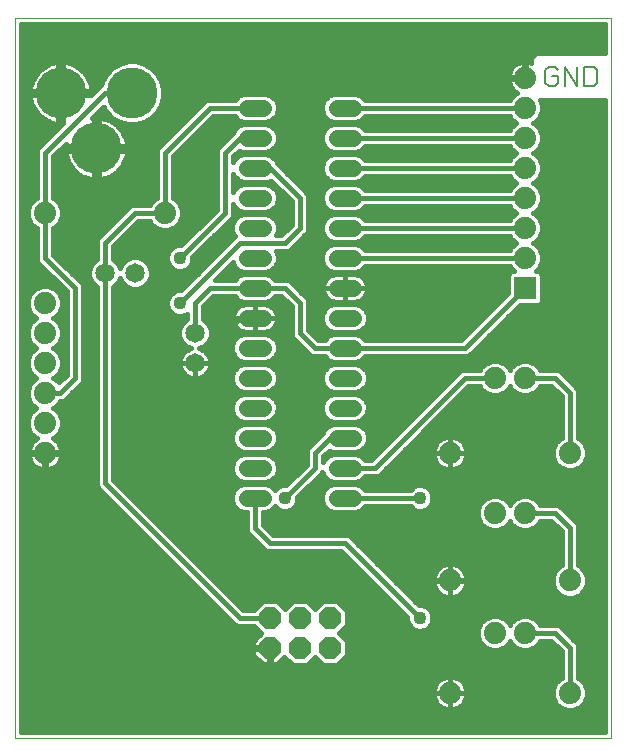
<source format=gtl>
G75*
%MOIN*%
%OFA0B0*%
%FSLAX24Y24*%
%IPPOS*%
%LPD*%
%AMOC8*
5,1,8,0,0,1.08239X$1,22.5*
%
%ADD10C,0.0000*%
%ADD11C,0.0060*%
%ADD12C,0.0650*%
%ADD13C,0.1700*%
%ADD14OC8,0.0740*%
%ADD15R,0.0740X0.0740*%
%ADD16C,0.0740*%
%ADD17C,0.0560*%
%ADD18C,0.0160*%
%ADD19C,0.0436*%
D10*
X002000Y000180D02*
X002000Y024176D01*
X021870Y024176D01*
X021870Y000180D01*
X002000Y000180D01*
D11*
X019787Y021910D02*
X020000Y021910D01*
X020107Y022017D01*
X020107Y022230D01*
X019894Y022230D01*
X020107Y022444D02*
X020000Y022551D01*
X019787Y022551D01*
X019680Y022444D01*
X019680Y022017D01*
X019787Y021910D01*
X020325Y021910D02*
X020325Y022551D01*
X020752Y021910D01*
X020752Y022551D01*
X020969Y022551D02*
X021289Y022551D01*
X021396Y022444D01*
X021396Y022017D01*
X021289Y021910D01*
X020969Y021910D01*
X020969Y022551D01*
D12*
X008000Y013680D03*
X008000Y012680D03*
X006000Y015680D03*
X005000Y015680D03*
D13*
X004713Y019830D03*
X005894Y021680D03*
X003531Y021680D03*
D14*
X010500Y004180D03*
X010500Y003180D03*
X011500Y003180D03*
X011500Y004180D03*
X012500Y004180D03*
X012500Y003180D03*
D15*
X019000Y015180D03*
D16*
X019000Y016180D03*
X019000Y017180D03*
X019000Y018180D03*
X019000Y019180D03*
X019000Y020180D03*
X019000Y021180D03*
X019000Y022180D03*
X019000Y012180D03*
X018000Y012180D03*
X016500Y009680D03*
X018000Y007680D03*
X019000Y007680D03*
X020500Y009680D03*
X020500Y005430D03*
X019000Y003680D03*
X018000Y003680D03*
X016500Y005430D03*
X016500Y001680D03*
X020500Y001680D03*
X007000Y017680D03*
X003000Y017680D03*
X003000Y014680D03*
X003000Y013680D03*
X003000Y012680D03*
X003000Y011680D03*
X003000Y010680D03*
X003000Y009680D03*
D17*
X009720Y009180D02*
X010280Y009180D01*
X010280Y008180D02*
X009720Y008180D01*
X009720Y010180D02*
X010280Y010180D01*
X010280Y011180D02*
X009720Y011180D01*
X009720Y012180D02*
X010280Y012180D01*
X010280Y013180D02*
X009720Y013180D01*
X009720Y014180D02*
X010280Y014180D01*
X010280Y015180D02*
X009720Y015180D01*
X009720Y016180D02*
X010280Y016180D01*
X010280Y017180D02*
X009720Y017180D01*
X009720Y018180D02*
X010280Y018180D01*
X010280Y019180D02*
X009720Y019180D01*
X009720Y020180D02*
X010280Y020180D01*
X010280Y021180D02*
X009720Y021180D01*
X012720Y021180D02*
X013280Y021180D01*
X013280Y020180D02*
X012720Y020180D01*
X012720Y019180D02*
X013280Y019180D01*
X013280Y018180D02*
X012720Y018180D01*
X012720Y017180D02*
X013280Y017180D01*
X013280Y016180D02*
X012720Y016180D01*
X012720Y015180D02*
X013280Y015180D01*
X013280Y014180D02*
X012720Y014180D01*
X012720Y013180D02*
X013280Y013180D01*
X013280Y012180D02*
X012720Y012180D01*
X012720Y011180D02*
X013280Y011180D01*
X013280Y010180D02*
X012720Y010180D01*
X012720Y009180D02*
X013280Y009180D01*
X013280Y008180D02*
X012720Y008180D01*
D18*
X013000Y008180D02*
X015500Y008180D01*
X015193Y007896D02*
X013675Y007896D01*
X013679Y007900D02*
X015189Y007900D01*
X015263Y007826D01*
X015417Y007762D01*
X015583Y007762D01*
X015737Y007826D01*
X015854Y007943D01*
X015918Y008097D01*
X015918Y008263D01*
X015854Y008417D01*
X015737Y008534D01*
X015583Y008598D01*
X015417Y008598D01*
X015263Y008534D01*
X015189Y008460D01*
X013679Y008460D01*
X013552Y008587D01*
X013375Y008660D01*
X012625Y008660D01*
X012448Y008587D01*
X012313Y008452D01*
X012240Y008275D01*
X012240Y008085D01*
X012313Y007908D01*
X012448Y007773D01*
X012625Y007700D01*
X013375Y007700D01*
X013552Y007773D01*
X013679Y007900D01*
X013466Y007738D02*
X017430Y007738D01*
X017430Y007793D02*
X017430Y007567D01*
X017517Y007357D01*
X017677Y007197D01*
X017887Y007110D01*
X018113Y007110D01*
X018323Y007197D01*
X018483Y007357D01*
X018500Y007398D01*
X018517Y007357D01*
X018677Y007197D01*
X018887Y007110D01*
X019113Y007110D01*
X019323Y007197D01*
X019483Y007357D01*
X019501Y007400D01*
X019884Y007400D01*
X020220Y007064D01*
X020220Y005931D01*
X020177Y005913D01*
X020017Y005753D01*
X019930Y005543D01*
X019930Y005317D01*
X020017Y005107D01*
X020177Y004947D01*
X020387Y004860D01*
X020613Y004860D01*
X020823Y004947D01*
X020983Y005107D01*
X021070Y005317D01*
X021070Y005543D01*
X020983Y005753D01*
X020823Y005913D01*
X020780Y005931D01*
X020780Y007236D01*
X020737Y007339D01*
X020659Y007417D01*
X020159Y007917D01*
X020056Y007960D01*
X019501Y007960D01*
X019483Y008003D01*
X019323Y008163D01*
X019113Y008250D01*
X018887Y008250D01*
X018677Y008163D01*
X018517Y008003D01*
X018500Y007962D01*
X018483Y008003D01*
X018323Y008163D01*
X018113Y008250D01*
X017887Y008250D01*
X017677Y008163D01*
X017517Y008003D01*
X017430Y007793D01*
X017473Y007896D02*
X015807Y007896D01*
X015901Y008055D02*
X017568Y008055D01*
X017797Y008213D02*
X015918Y008213D01*
X015873Y008372D02*
X021670Y008372D01*
X021670Y008530D02*
X015741Y008530D01*
X015259Y008530D02*
X013609Y008530D01*
X013552Y008773D02*
X013679Y008900D01*
X014056Y008900D01*
X014159Y008943D01*
X014237Y009021D01*
X017116Y011900D01*
X017499Y011900D01*
X017517Y011857D01*
X017677Y011697D01*
X017887Y011610D01*
X018113Y011610D01*
X018323Y011697D01*
X018483Y011857D01*
X018500Y011898D01*
X018517Y011857D01*
X018677Y011697D01*
X018887Y011610D01*
X019113Y011610D01*
X019323Y011697D01*
X019483Y011857D01*
X019501Y011900D01*
X019884Y011900D01*
X020220Y011564D01*
X020220Y010181D01*
X020177Y010163D01*
X020017Y010003D01*
X019930Y009793D01*
X019930Y009567D01*
X020017Y009357D01*
X020177Y009197D01*
X020387Y009110D01*
X020613Y009110D01*
X020823Y009197D01*
X020983Y009357D01*
X021070Y009567D01*
X021070Y009793D01*
X020983Y010003D01*
X020823Y010163D01*
X020780Y010181D01*
X020780Y011736D01*
X020737Y011839D01*
X020659Y011917D01*
X020159Y012417D01*
X020056Y012460D01*
X019501Y012460D01*
X019483Y012503D01*
X019323Y012663D01*
X019113Y012750D01*
X018887Y012750D01*
X018677Y012663D01*
X018517Y012503D01*
X018500Y012462D01*
X018483Y012503D01*
X018323Y012663D01*
X018113Y012750D01*
X017887Y012750D01*
X017677Y012663D01*
X017517Y012503D01*
X017499Y012460D01*
X016944Y012460D01*
X016841Y012417D01*
X013884Y009460D01*
X013679Y009460D01*
X013552Y009587D01*
X013375Y009660D01*
X012625Y009660D01*
X012448Y009587D01*
X012313Y009452D01*
X012280Y009372D01*
X012280Y009564D01*
X012477Y009761D01*
X012625Y009700D01*
X013375Y009700D01*
X013552Y009773D01*
X013687Y009908D01*
X013760Y010085D01*
X013760Y010275D01*
X013687Y010452D01*
X013552Y010587D01*
X013375Y010660D01*
X012625Y010660D01*
X012448Y010587D01*
X012313Y010452D01*
X012269Y010345D01*
X012263Y010339D01*
X011763Y009839D01*
X011720Y009736D01*
X011720Y009296D01*
X011022Y008598D01*
X010917Y008598D01*
X010763Y008534D01*
X010684Y008455D01*
X010552Y008587D01*
X010375Y008660D01*
X009625Y008660D01*
X009448Y008587D01*
X009313Y008452D01*
X009240Y008275D01*
X009240Y008085D01*
X009313Y007908D01*
X009448Y007773D01*
X009625Y007700D01*
X009720Y007700D01*
X009720Y007124D01*
X009763Y007021D01*
X009841Y006943D01*
X010341Y006443D01*
X010444Y006400D01*
X012884Y006400D01*
X015082Y004202D01*
X015082Y004097D01*
X015146Y003943D01*
X015263Y003826D01*
X015417Y003762D01*
X015583Y003762D01*
X015737Y003826D01*
X015854Y003943D01*
X015918Y004097D01*
X015918Y004263D01*
X015854Y004417D01*
X015737Y004534D01*
X015583Y004598D01*
X015478Y004598D01*
X013237Y006839D01*
X013159Y006917D01*
X013056Y006960D01*
X010616Y006960D01*
X010280Y007296D01*
X010280Y007700D01*
X010375Y007700D01*
X010552Y007773D01*
X010684Y007905D01*
X010763Y007826D01*
X010917Y007762D01*
X011083Y007762D01*
X011237Y007826D01*
X011354Y007943D01*
X011418Y008097D01*
X011418Y008202D01*
X012159Y008943D01*
X012237Y009021D01*
X012252Y009056D01*
X012313Y008908D01*
X012448Y008773D01*
X012625Y008700D01*
X013375Y008700D01*
X013552Y008773D01*
X013626Y008847D02*
X021670Y008847D01*
X021670Y008689D02*
X011905Y008689D01*
X012063Y008847D02*
X012374Y008847D01*
X012273Y009006D02*
X012222Y009006D01*
X012000Y009180D02*
X012000Y009680D01*
X012500Y010180D01*
X013000Y010180D01*
X012625Y010700D02*
X013375Y010700D01*
X013552Y010773D01*
X013687Y010908D01*
X013760Y011085D01*
X013760Y011275D01*
X013687Y011452D01*
X013552Y011587D01*
X013375Y011660D01*
X012625Y011660D01*
X012448Y011587D01*
X012313Y011452D01*
X012240Y011275D01*
X012240Y011085D01*
X012313Y010908D01*
X012448Y010773D01*
X012625Y010700D01*
X012506Y010749D02*
X010494Y010749D01*
X010552Y010773D02*
X010687Y010908D01*
X010760Y011085D01*
X010760Y011275D01*
X010687Y011452D01*
X010552Y011587D01*
X010375Y011660D01*
X009625Y011660D01*
X009448Y011587D01*
X009313Y011452D01*
X009240Y011275D01*
X009240Y011085D01*
X009313Y010908D01*
X009448Y010773D01*
X009625Y010700D01*
X010375Y010700D01*
X010552Y010773D01*
X010543Y010591D02*
X012457Y010591D01*
X012305Y010432D02*
X010695Y010432D01*
X010687Y010452D02*
X010552Y010587D01*
X010375Y010660D01*
X009625Y010660D01*
X009448Y010587D01*
X009313Y010452D01*
X009240Y010275D01*
X009240Y010085D01*
X009313Y009908D01*
X009448Y009773D01*
X009625Y009700D01*
X010375Y009700D01*
X010552Y009773D01*
X010687Y009908D01*
X010760Y010085D01*
X010760Y010275D01*
X010687Y010452D01*
X010760Y010274D02*
X012198Y010274D01*
X012039Y010115D02*
X010760Y010115D01*
X010707Y009957D02*
X011881Y009957D01*
X011746Y009798D02*
X010577Y009798D01*
X010552Y009587D02*
X010375Y009660D01*
X009625Y009660D01*
X009448Y009587D01*
X009313Y009452D01*
X009240Y009275D01*
X009240Y009085D01*
X009313Y008908D01*
X009448Y008773D01*
X009625Y008700D01*
X010375Y008700D01*
X010552Y008773D01*
X010687Y008908D01*
X010760Y009085D01*
X010760Y009275D01*
X010687Y009452D01*
X010552Y009587D01*
X010425Y009640D02*
X011720Y009640D01*
X011720Y009481D02*
X010658Y009481D01*
X010741Y009323D02*
X011720Y009323D01*
X011588Y009164D02*
X010760Y009164D01*
X010727Y009006D02*
X011430Y009006D01*
X011271Y008847D02*
X010626Y008847D01*
X010609Y008530D02*
X010759Y008530D01*
X011113Y008689D02*
X005387Y008689D01*
X005280Y008796D02*
X005280Y015228D01*
X005297Y015235D01*
X005445Y015383D01*
X005500Y015515D01*
X005555Y015383D01*
X005703Y015235D01*
X005896Y015155D01*
X006104Y015155D01*
X006297Y015235D01*
X006445Y015383D01*
X006525Y015576D01*
X006525Y015784D01*
X006445Y015977D01*
X006297Y016125D01*
X006104Y016205D01*
X005896Y016205D01*
X005703Y016125D01*
X005555Y015977D01*
X005500Y015845D01*
X005445Y015977D01*
X005297Y016125D01*
X005280Y016132D01*
X005280Y016564D01*
X006116Y017400D01*
X006499Y017400D01*
X006517Y017357D01*
X006677Y017197D01*
X006887Y017110D01*
X007113Y017110D01*
X007323Y017197D01*
X007483Y017357D01*
X007570Y017567D01*
X007570Y017793D01*
X007483Y018003D01*
X007323Y018163D01*
X007280Y018181D01*
X007280Y019564D01*
X008616Y020900D01*
X009321Y020900D01*
X009448Y020773D01*
X009625Y020700D01*
X010375Y020700D01*
X010552Y020773D01*
X010687Y020908D01*
X010760Y021085D01*
X010760Y021275D01*
X010687Y021452D01*
X010552Y021587D01*
X010375Y021660D01*
X009625Y021660D01*
X009448Y021587D01*
X009321Y021460D01*
X008444Y021460D01*
X008341Y021417D01*
X006841Y019917D01*
X006763Y019839D01*
X006720Y019736D01*
X006720Y018181D01*
X006677Y018163D01*
X006517Y018003D01*
X006499Y017960D01*
X005944Y017960D01*
X005841Y017917D01*
X004841Y016917D01*
X004763Y016839D01*
X004720Y016736D01*
X004720Y016132D01*
X004703Y016125D01*
X004555Y015977D01*
X004475Y015784D01*
X004475Y015576D01*
X004555Y015383D01*
X004703Y015235D01*
X004720Y015228D01*
X004720Y008624D01*
X004763Y008521D01*
X004841Y008443D01*
X009341Y003943D01*
X009444Y003900D01*
X009974Y003900D01*
X010208Y003666D01*
X009950Y003408D01*
X009950Y003200D01*
X010480Y003200D01*
X010480Y003160D01*
X010520Y003160D01*
X010520Y002630D01*
X010728Y002630D01*
X010986Y002888D01*
X011264Y002610D01*
X011736Y002610D01*
X012000Y002874D01*
X012264Y002610D01*
X012736Y002610D01*
X013070Y002944D01*
X013070Y003416D01*
X012806Y003680D01*
X013070Y003944D01*
X013070Y004416D01*
X012736Y004750D01*
X012264Y004750D01*
X012000Y004486D01*
X011736Y004750D01*
X011264Y004750D01*
X011000Y004486D01*
X010736Y004750D01*
X010264Y004750D01*
X009974Y004460D01*
X009616Y004460D01*
X005280Y008796D01*
X005280Y008847D02*
X009374Y008847D01*
X009273Y009006D02*
X005280Y009006D01*
X005280Y009164D02*
X009240Y009164D01*
X009259Y009323D02*
X005280Y009323D01*
X005280Y009481D02*
X009342Y009481D01*
X009575Y009640D02*
X005280Y009640D01*
X005280Y009798D02*
X009423Y009798D01*
X009293Y009957D02*
X005280Y009957D01*
X005280Y010115D02*
X009240Y010115D01*
X009240Y010274D02*
X005280Y010274D01*
X005280Y010432D02*
X009305Y010432D01*
X009457Y010591D02*
X005280Y010591D01*
X005280Y010749D02*
X009506Y010749D01*
X009314Y010908D02*
X005280Y010908D01*
X005280Y011066D02*
X009248Y011066D01*
X009240Y011225D02*
X005280Y011225D01*
X005280Y011383D02*
X009285Y011383D01*
X009403Y011542D02*
X005280Y011542D01*
X005280Y011700D02*
X009624Y011700D01*
X009625Y011700D02*
X010375Y011700D01*
X010552Y011773D01*
X010687Y011908D01*
X010760Y012085D01*
X010760Y012275D01*
X010687Y012452D01*
X010552Y012587D01*
X010375Y012660D01*
X009625Y012660D01*
X009448Y012587D01*
X009313Y012452D01*
X009240Y012275D01*
X009240Y012085D01*
X009313Y011908D01*
X009448Y011773D01*
X009625Y011700D01*
X009363Y011859D02*
X005280Y011859D01*
X005280Y012017D02*
X009268Y012017D01*
X009240Y012176D02*
X008043Y012176D01*
X008040Y012175D02*
X008118Y012187D01*
X008194Y012212D01*
X008265Y012248D01*
X008329Y012295D01*
X008385Y012351D01*
X008432Y012415D01*
X008468Y012486D01*
X008493Y012562D01*
X008505Y012640D01*
X008505Y012680D01*
X008505Y012720D01*
X008493Y012798D01*
X008468Y012874D01*
X008432Y012945D01*
X008385Y013009D01*
X008329Y013065D01*
X008265Y013112D01*
X008194Y013148D01*
X008134Y013167D01*
X008297Y013235D01*
X008445Y013383D01*
X008525Y013576D01*
X008525Y013784D01*
X008445Y013977D01*
X008297Y014125D01*
X008280Y014132D01*
X008280Y014564D01*
X008616Y014900D01*
X009321Y014900D01*
X009448Y014773D01*
X009625Y014700D01*
X010375Y014700D01*
X010552Y014773D01*
X010679Y014900D01*
X010884Y014900D01*
X011220Y014564D01*
X011220Y013624D01*
X011263Y013521D01*
X011763Y013021D01*
X011841Y012943D01*
X011944Y012900D01*
X012321Y012900D01*
X012448Y012773D01*
X012625Y012700D01*
X013375Y012700D01*
X013552Y012773D01*
X013679Y012900D01*
X017056Y012900D01*
X017159Y012943D01*
X018826Y014610D01*
X019453Y014610D01*
X019570Y014727D01*
X019570Y015633D01*
X019453Y015750D01*
X019376Y015750D01*
X019483Y015857D01*
X019570Y016067D01*
X019570Y016293D01*
X019483Y016503D01*
X019323Y016663D01*
X019282Y016680D01*
X019323Y016697D01*
X019483Y016857D01*
X019570Y017067D01*
X019570Y017293D01*
X019483Y017503D01*
X019323Y017663D01*
X019282Y017680D01*
X019323Y017697D01*
X019483Y017857D01*
X019570Y018067D01*
X019570Y018293D01*
X019483Y018503D01*
X019323Y018663D01*
X019282Y018680D01*
X019323Y018697D01*
X019483Y018857D01*
X019570Y019067D01*
X019570Y019293D01*
X019483Y019503D01*
X019323Y019663D01*
X019282Y019680D01*
X019323Y019697D01*
X019483Y019857D01*
X019570Y020067D01*
X019570Y020293D01*
X019483Y020503D01*
X019323Y020663D01*
X019282Y020680D01*
X019323Y020697D01*
X019483Y020857D01*
X019570Y021067D01*
X019570Y021293D01*
X019507Y021447D01*
X021670Y021447D01*
X021670Y000380D01*
X002200Y000380D01*
X002200Y023976D01*
X021670Y023976D01*
X021670Y023013D01*
X019405Y023013D01*
X019383Y023011D01*
X019361Y023006D01*
X019340Y022998D01*
X019320Y022989D01*
X019301Y022977D01*
X019283Y022963D01*
X019267Y022947D01*
X019253Y022929D01*
X019241Y022910D01*
X019232Y022890D01*
X019224Y022869D01*
X019219Y022847D01*
X019217Y022825D01*
X019217Y022687D01*
X019211Y022690D01*
X019129Y022716D01*
X019043Y022730D01*
X019020Y022730D01*
X019020Y022200D01*
X018980Y022200D01*
X018980Y022730D01*
X018957Y022730D01*
X018871Y022716D01*
X018789Y022690D01*
X018712Y022650D01*
X018642Y022600D01*
X018580Y022538D01*
X018530Y022468D01*
X018490Y022391D01*
X018464Y022309D01*
X018450Y022223D01*
X018450Y022200D01*
X018980Y022200D01*
X018980Y022160D01*
X018450Y022160D01*
X018450Y022137D01*
X018464Y022051D01*
X018490Y021969D01*
X018530Y021892D01*
X018580Y021822D01*
X018642Y021760D01*
X018712Y021710D01*
X018746Y021692D01*
X018677Y021663D01*
X018517Y021503D01*
X018499Y021460D01*
X013679Y021460D01*
X013552Y021587D01*
X013375Y021660D01*
X012625Y021660D01*
X012448Y021587D01*
X012313Y021452D01*
X012240Y021275D01*
X012240Y021085D01*
X012313Y020908D01*
X012448Y020773D01*
X012625Y020700D01*
X013375Y020700D01*
X013552Y020773D01*
X013679Y020900D01*
X018499Y020900D01*
X018517Y020857D01*
X018677Y020697D01*
X018718Y020680D01*
X018677Y020663D01*
X018517Y020503D01*
X018499Y020460D01*
X013679Y020460D01*
X013552Y020587D01*
X013375Y020660D01*
X012625Y020660D01*
X012448Y020587D01*
X012313Y020452D01*
X012240Y020275D01*
X012240Y020085D01*
X012313Y019908D01*
X012448Y019773D01*
X012625Y019700D01*
X013375Y019700D01*
X013552Y019773D01*
X013679Y019900D01*
X018499Y019900D01*
X018517Y019857D01*
X018677Y019697D01*
X018718Y019680D01*
X018677Y019663D01*
X018517Y019503D01*
X018499Y019460D01*
X013679Y019460D01*
X013552Y019587D01*
X013375Y019660D01*
X012625Y019660D01*
X012448Y019587D01*
X012313Y019452D01*
X012240Y019275D01*
X012240Y019085D01*
X012313Y018908D01*
X012448Y018773D01*
X012625Y018700D01*
X013375Y018700D01*
X013552Y018773D01*
X013679Y018900D01*
X018499Y018900D01*
X018517Y018857D01*
X018677Y018697D01*
X018718Y018680D01*
X018677Y018663D01*
X018517Y018503D01*
X018499Y018460D01*
X013679Y018460D01*
X013552Y018587D01*
X013375Y018660D01*
X012625Y018660D01*
X012448Y018587D01*
X012313Y018452D01*
X012240Y018275D01*
X012240Y018085D01*
X012313Y017908D01*
X012448Y017773D01*
X012625Y017700D01*
X013375Y017700D01*
X013552Y017773D01*
X013679Y017900D01*
X018499Y017900D01*
X018517Y017857D01*
X018677Y017697D01*
X018718Y017680D01*
X018677Y017663D01*
X018517Y017503D01*
X018499Y017460D01*
X013679Y017460D01*
X013552Y017587D01*
X013375Y017660D01*
X012625Y017660D01*
X012448Y017587D01*
X012313Y017452D01*
X012240Y017275D01*
X012240Y017085D01*
X012313Y016908D01*
X012448Y016773D01*
X012625Y016700D01*
X013375Y016700D01*
X013552Y016773D01*
X013679Y016900D01*
X018499Y016900D01*
X018517Y016857D01*
X018677Y016697D01*
X018718Y016680D01*
X018677Y016663D01*
X018517Y016503D01*
X018499Y016460D01*
X013679Y016460D01*
X013552Y016587D01*
X013375Y016660D01*
X012625Y016660D01*
X012448Y016587D01*
X012313Y016452D01*
X012240Y016275D01*
X012240Y016085D01*
X012313Y015908D01*
X012448Y015773D01*
X012625Y015700D01*
X013375Y015700D01*
X013552Y015773D01*
X013679Y015900D01*
X018499Y015900D01*
X018517Y015857D01*
X018624Y015750D01*
X018547Y015750D01*
X018430Y015633D01*
X018430Y015006D01*
X016884Y013460D01*
X013679Y013460D01*
X013552Y013587D01*
X013375Y013660D01*
X012625Y013660D01*
X012448Y013587D01*
X012321Y013460D01*
X012116Y013460D01*
X011780Y013796D01*
X011780Y014736D01*
X011737Y014839D01*
X011659Y014917D01*
X011159Y015417D01*
X011056Y015460D01*
X010679Y015460D01*
X010552Y015587D01*
X010375Y015660D01*
X009625Y015660D01*
X009448Y015587D01*
X009321Y015460D01*
X008676Y015460D01*
X009258Y016042D01*
X009313Y015908D01*
X009448Y015773D01*
X009625Y015700D01*
X010375Y015700D01*
X010552Y015773D01*
X010687Y015908D01*
X010760Y016085D01*
X010760Y016275D01*
X010708Y016400D01*
X011056Y016400D01*
X011159Y016443D01*
X011659Y016943D01*
X011737Y017021D01*
X011780Y017124D01*
X011780Y018236D01*
X011737Y018339D01*
X010737Y019339D01*
X010731Y019345D01*
X010687Y019452D01*
X010552Y019587D01*
X010375Y019660D01*
X009625Y019660D01*
X009448Y019587D01*
X009313Y019452D01*
X009280Y019372D01*
X009280Y019564D01*
X009477Y019761D01*
X009625Y019700D01*
X010375Y019700D01*
X010552Y019773D01*
X010687Y019908D01*
X010760Y020085D01*
X010760Y020275D01*
X010687Y020452D01*
X010552Y020587D01*
X010375Y020660D01*
X009625Y020660D01*
X009448Y020587D01*
X009313Y020452D01*
X009269Y020345D01*
X009263Y020339D01*
X008763Y019839D01*
X008720Y019736D01*
X008720Y017796D01*
X007522Y016598D01*
X007417Y016598D01*
X007263Y016534D01*
X007146Y016417D01*
X007082Y016263D01*
X007082Y016097D01*
X007146Y015943D01*
X007263Y015826D01*
X007417Y015762D01*
X007583Y015762D01*
X007737Y015826D01*
X007854Y015943D01*
X007918Y016097D01*
X007918Y016202D01*
X009159Y017443D01*
X009237Y017521D01*
X009280Y017624D01*
X009280Y017988D01*
X009313Y017908D01*
X009448Y017773D01*
X009625Y017700D01*
X010375Y017700D01*
X010552Y017773D01*
X010687Y017908D01*
X010760Y018085D01*
X010760Y018275D01*
X010687Y018452D01*
X010552Y018587D01*
X010375Y018660D01*
X009625Y018660D01*
X009448Y018587D01*
X009313Y018452D01*
X009280Y018372D01*
X009280Y018988D01*
X009313Y018908D01*
X009448Y018773D01*
X009625Y018700D01*
X010375Y018700D01*
X010523Y018761D01*
X011220Y018064D01*
X011220Y017296D01*
X010884Y016960D01*
X010708Y016960D01*
X010760Y017085D01*
X010760Y017275D01*
X010687Y017452D01*
X010552Y017587D01*
X010375Y017660D01*
X009625Y017660D01*
X009448Y017587D01*
X009313Y017452D01*
X009240Y017275D01*
X009240Y017085D01*
X009313Y016908D01*
X009323Y016899D01*
X009263Y016839D01*
X007522Y015098D01*
X007417Y015098D01*
X007263Y015034D01*
X007146Y014917D01*
X007082Y014763D01*
X007082Y014597D01*
X007146Y014443D01*
X007263Y014326D01*
X007417Y014262D01*
X007583Y014262D01*
X007720Y014319D01*
X007720Y014132D01*
X007703Y014125D01*
X007555Y013977D01*
X007475Y013784D01*
X007475Y013576D01*
X007555Y013383D01*
X007703Y013235D01*
X007866Y013167D01*
X007806Y013148D01*
X007735Y013112D01*
X007671Y013065D01*
X007615Y013009D01*
X007568Y012945D01*
X007532Y012874D01*
X007507Y012798D01*
X007495Y012720D01*
X007495Y012680D01*
X008000Y012680D01*
X008500Y012680D01*
X009000Y013180D01*
X009000Y013680D01*
X009500Y014180D01*
X010000Y014180D01*
X010000Y014180D01*
X010000Y014640D01*
X010316Y014640D01*
X010388Y014629D01*
X010457Y014606D01*
X010521Y014573D01*
X010580Y014531D01*
X010631Y014480D01*
X010673Y014421D01*
X010706Y014357D01*
X010729Y014288D01*
X010740Y014216D01*
X010740Y014180D01*
X010000Y014180D01*
X010000Y014180D01*
X010000Y013720D01*
X010316Y013720D01*
X010388Y013731D01*
X010457Y013754D01*
X010521Y013787D01*
X010580Y013829D01*
X010631Y013880D01*
X010673Y013939D01*
X010706Y014003D01*
X010729Y014072D01*
X010740Y014144D01*
X010740Y014180D01*
X010000Y014180D01*
X010000Y014180D01*
X010000Y014180D01*
X009260Y014180D01*
X009260Y014216D01*
X009271Y014288D01*
X009294Y014357D01*
X009327Y014421D01*
X009369Y014480D01*
X009420Y014531D01*
X009479Y014573D01*
X009543Y014606D01*
X009612Y014629D01*
X009684Y014640D01*
X010000Y014640D01*
X010000Y014180D01*
X010000Y013720D01*
X009684Y013720D01*
X009612Y013731D01*
X009543Y013754D01*
X009479Y013787D01*
X009420Y013829D01*
X009369Y013880D01*
X009327Y013939D01*
X009294Y014003D01*
X009271Y014072D01*
X009260Y014144D01*
X009260Y014180D01*
X010000Y014180D01*
X010000Y014236D02*
X010000Y014236D01*
X010000Y014078D02*
X010000Y014078D01*
X010000Y013919D02*
X010000Y013919D01*
X010000Y013761D02*
X010000Y013761D01*
X010375Y013660D02*
X010552Y013587D01*
X010687Y013452D01*
X010760Y013275D01*
X010760Y013085D01*
X010687Y012908D01*
X010552Y012773D01*
X010375Y012700D01*
X009625Y012700D01*
X009448Y012773D01*
X009313Y012908D01*
X009240Y013085D01*
X009240Y013275D01*
X009313Y013452D01*
X009448Y013587D01*
X009625Y013660D01*
X010375Y013660D01*
X010470Y013761D02*
X011220Y013761D01*
X011220Y013919D02*
X010659Y013919D01*
X010730Y014078D02*
X011220Y014078D01*
X011220Y014236D02*
X010737Y014236D01*
X010687Y014395D02*
X011220Y014395D01*
X011220Y014553D02*
X010549Y014553D01*
X010403Y014712D02*
X011072Y014712D01*
X010914Y014870D02*
X010649Y014870D01*
X011000Y015180D02*
X010000Y015180D01*
X008500Y015180D01*
X008000Y014680D01*
X008000Y013680D01*
X008345Y014078D02*
X009270Y014078D01*
X009263Y014236D02*
X008280Y014236D01*
X008280Y014395D02*
X009313Y014395D01*
X009451Y014553D02*
X008280Y014553D01*
X008428Y014712D02*
X009597Y014712D01*
X009351Y014870D02*
X008586Y014870D01*
X008720Y015504D02*
X009365Y015504D01*
X009400Y015821D02*
X009037Y015821D01*
X008879Y015663D02*
X018460Y015663D01*
X018430Y015504D02*
X013607Y015504D01*
X013631Y015480D02*
X013580Y015531D01*
X013521Y015573D01*
X013457Y015606D01*
X013388Y015629D01*
X013316Y015640D01*
X013000Y015640D01*
X013000Y015180D01*
X013000Y015180D01*
X013740Y015180D01*
X013740Y015216D01*
X013729Y015288D01*
X013706Y015357D01*
X013673Y015421D01*
X013631Y015480D01*
X013710Y015346D02*
X018430Y015346D01*
X018430Y015187D02*
X013740Y015187D01*
X013740Y015180D02*
X013000Y015180D01*
X013000Y015180D01*
X013000Y014720D01*
X013316Y014720D01*
X013388Y014731D01*
X013457Y014754D01*
X013521Y014787D01*
X013580Y014829D01*
X013631Y014880D01*
X013673Y014939D01*
X013706Y015003D01*
X013729Y015072D01*
X013740Y015144D01*
X013740Y015180D01*
X013714Y015029D02*
X018430Y015029D01*
X018294Y014870D02*
X013621Y014870D01*
X013552Y014587D02*
X013375Y014660D01*
X012625Y014660D01*
X012448Y014587D01*
X012313Y014452D01*
X012240Y014275D01*
X012240Y014085D01*
X012313Y013908D01*
X012448Y013773D01*
X012625Y013700D01*
X013375Y013700D01*
X013552Y013773D01*
X013687Y013908D01*
X013760Y014085D01*
X013760Y014275D01*
X013687Y014452D01*
X013552Y014587D01*
X013586Y014553D02*
X017977Y014553D01*
X017819Y014395D02*
X013711Y014395D01*
X013760Y014236D02*
X017660Y014236D01*
X017502Y014078D02*
X013757Y014078D01*
X013691Y013919D02*
X017343Y013919D01*
X017185Y013761D02*
X013522Y013761D01*
X013515Y013602D02*
X017026Y013602D01*
X017000Y013180D02*
X019000Y015180D01*
X019540Y015663D02*
X021670Y015663D01*
X021670Y015821D02*
X019447Y015821D01*
X019534Y015980D02*
X021670Y015980D01*
X021670Y016138D02*
X019570Y016138D01*
X019569Y016297D02*
X021670Y016297D01*
X021670Y016455D02*
X019503Y016455D01*
X019373Y016614D02*
X021670Y016614D01*
X021670Y016772D02*
X019398Y016772D01*
X019514Y016931D02*
X021670Y016931D01*
X021670Y017089D02*
X019570Y017089D01*
X019570Y017248D02*
X021670Y017248D01*
X021670Y017406D02*
X019523Y017406D01*
X019422Y017565D02*
X021670Y017565D01*
X021670Y017723D02*
X019349Y017723D01*
X019493Y017882D02*
X021670Y017882D01*
X021670Y018040D02*
X019559Y018040D01*
X019570Y018199D02*
X021670Y018199D01*
X021670Y018357D02*
X019544Y018357D01*
X019471Y018516D02*
X021670Y018516D01*
X021670Y018674D02*
X019297Y018674D01*
X019459Y018833D02*
X021670Y018833D01*
X021670Y018991D02*
X019539Y018991D01*
X019570Y019150D02*
X021670Y019150D01*
X021670Y019308D02*
X019564Y019308D01*
X019498Y019467D02*
X021670Y019467D01*
X021670Y019625D02*
X019361Y019625D01*
X019410Y019784D02*
X021670Y019784D01*
X021670Y019942D02*
X019518Y019942D01*
X019570Y020101D02*
X021670Y020101D01*
X021670Y020259D02*
X019570Y020259D01*
X019519Y020418D02*
X021670Y020418D01*
X021670Y020576D02*
X019410Y020576D01*
X019361Y020735D02*
X021670Y020735D01*
X021670Y020893D02*
X019498Y020893D01*
X019564Y021052D02*
X021670Y021052D01*
X021670Y021210D02*
X019570Y021210D01*
X019539Y021369D02*
X021670Y021369D01*
X021670Y023112D02*
X002200Y023112D01*
X002200Y022954D02*
X019274Y022954D01*
X019217Y022795D02*
X002200Y022795D01*
X002200Y022637D02*
X003147Y022637D01*
X003137Y022633D02*
X003032Y022583D01*
X002935Y022521D01*
X002844Y022449D01*
X002762Y022367D01*
X002690Y022277D01*
X002629Y022179D01*
X002578Y022075D01*
X002540Y021966D01*
X002514Y021853D01*
X002504Y021760D01*
X003451Y021760D01*
X003451Y021600D01*
X002504Y021600D01*
X002514Y021507D01*
X002540Y021394D01*
X002578Y021285D01*
X002629Y021181D01*
X002690Y021083D01*
X002762Y020993D01*
X002844Y020911D01*
X002935Y020839D01*
X003032Y020777D01*
X003137Y020727D01*
X003246Y020689D01*
X003359Y020663D01*
X003451Y020652D01*
X003451Y021600D01*
X003611Y021600D01*
X003611Y020687D01*
X002841Y019917D01*
X002763Y019839D01*
X002720Y019736D01*
X002720Y018181D01*
X002677Y018163D01*
X002517Y018003D01*
X002430Y017793D01*
X002430Y017567D01*
X002517Y017357D01*
X002677Y017197D01*
X002720Y017179D01*
X002720Y016124D01*
X002763Y016021D01*
X003720Y015064D01*
X003720Y012296D01*
X003455Y012031D01*
X003323Y012163D01*
X003282Y012180D01*
X003323Y012197D01*
X003483Y012357D01*
X003570Y012567D01*
X003570Y012793D01*
X003483Y013003D01*
X003323Y013163D01*
X003282Y013180D01*
X003323Y013197D01*
X003483Y013357D01*
X003570Y013567D01*
X003570Y013793D01*
X003483Y014003D01*
X003323Y014163D01*
X003282Y014180D01*
X003323Y014197D01*
X003483Y014357D01*
X003570Y014567D01*
X003570Y014793D01*
X003483Y015003D01*
X003323Y015163D01*
X003113Y015250D01*
X002887Y015250D01*
X002677Y015163D01*
X002517Y015003D01*
X002430Y014793D01*
X002430Y014567D01*
X002517Y014357D01*
X002677Y014197D01*
X002718Y014180D01*
X002677Y014163D01*
X002517Y014003D01*
X002430Y013793D01*
X002430Y013567D01*
X002517Y013357D01*
X002677Y013197D01*
X002718Y013180D01*
X002677Y013163D01*
X002517Y013003D01*
X002430Y012793D01*
X002430Y012567D01*
X002517Y012357D01*
X002677Y012197D01*
X002718Y012180D01*
X002677Y012163D01*
X002517Y012003D01*
X002430Y011793D01*
X002430Y011567D01*
X002517Y011357D01*
X002677Y011197D01*
X002718Y011180D01*
X002677Y011163D01*
X002517Y011003D01*
X002430Y010793D01*
X002430Y010567D01*
X002517Y010357D01*
X002677Y010197D01*
X002746Y010168D01*
X002712Y010150D01*
X002642Y010100D01*
X002580Y010038D01*
X002530Y009968D01*
X002490Y009891D01*
X002464Y009809D01*
X002450Y009723D01*
X002450Y009700D01*
X002980Y009700D01*
X002980Y009660D01*
X003020Y009660D01*
X003020Y009700D01*
X003550Y009700D01*
X003550Y009723D01*
X003536Y009809D01*
X003510Y009891D01*
X003470Y009968D01*
X003420Y010038D01*
X003358Y010100D01*
X003288Y010150D01*
X003254Y010168D01*
X003323Y010197D01*
X003483Y010357D01*
X003570Y010567D01*
X003570Y010793D01*
X003483Y011003D01*
X003323Y011163D01*
X003282Y011180D01*
X003323Y011197D01*
X003483Y011357D01*
X003501Y011400D01*
X003556Y011400D01*
X003659Y011443D01*
X003737Y011521D01*
X004237Y012021D01*
X004280Y012124D01*
X004280Y015236D01*
X004237Y015339D01*
X004159Y015417D01*
X003280Y016296D01*
X003280Y017179D01*
X003323Y017197D01*
X003483Y017357D01*
X003570Y017567D01*
X003570Y017793D01*
X003483Y018003D01*
X003323Y018163D01*
X003280Y018181D01*
X003280Y019564D01*
X003693Y019977D01*
X003685Y019910D01*
X004633Y019910D01*
X004633Y020857D01*
X004566Y020850D01*
X004943Y021227D01*
X005053Y021035D01*
X005249Y020840D01*
X005488Y020702D01*
X005755Y020630D01*
X006032Y020630D01*
X006299Y020702D01*
X006538Y020840D01*
X006734Y021035D01*
X006872Y021275D01*
X006944Y021542D01*
X006944Y021818D01*
X006872Y022085D01*
X006734Y022325D01*
X006538Y022520D01*
X006299Y022658D01*
X006032Y022730D01*
X005755Y022730D01*
X005488Y022658D01*
X005249Y022520D01*
X005053Y022325D01*
X004915Y022085D01*
X004874Y021931D01*
X004841Y021917D01*
X004524Y021600D01*
X003612Y021600D01*
X003612Y021760D01*
X004559Y021760D01*
X004549Y021853D01*
X004523Y021966D01*
X004485Y022075D01*
X004434Y022179D01*
X004373Y022277D01*
X004301Y022367D01*
X004219Y022449D01*
X004128Y022521D01*
X004031Y022583D01*
X003926Y022633D01*
X003817Y022671D01*
X003704Y022697D01*
X003611Y022708D01*
X003611Y021760D01*
X003451Y021760D01*
X003451Y022708D01*
X003359Y022697D01*
X003246Y022671D01*
X003137Y022633D01*
X003451Y022637D02*
X003611Y022637D01*
X003611Y022478D02*
X003451Y022478D01*
X003451Y022320D02*
X003611Y022320D01*
X003611Y022161D02*
X003451Y022161D01*
X003451Y022003D02*
X003611Y022003D01*
X003611Y021844D02*
X003451Y021844D01*
X003451Y021686D02*
X002200Y021686D01*
X002200Y021844D02*
X002513Y021844D01*
X002553Y022003D02*
X002200Y022003D01*
X002200Y022161D02*
X002620Y022161D01*
X002724Y022320D02*
X002200Y022320D01*
X002200Y022478D02*
X002880Y022478D01*
X002200Y023271D02*
X021670Y023271D01*
X021670Y023429D02*
X002200Y023429D01*
X002200Y023588D02*
X021670Y023588D01*
X021670Y023746D02*
X002200Y023746D01*
X002200Y023905D02*
X021670Y023905D01*
X019020Y022637D02*
X018980Y022637D01*
X018980Y022478D02*
X019020Y022478D01*
X019020Y022320D02*
X018980Y022320D01*
X018980Y022161D02*
X006828Y022161D01*
X006894Y022003D02*
X018479Y022003D01*
X018564Y021844D02*
X006937Y021844D01*
X006944Y021686D02*
X018731Y021686D01*
X018541Y021527D02*
X013612Y021527D01*
X013672Y020893D02*
X018502Y020893D01*
X018639Y020735D02*
X013459Y020735D01*
X013563Y020576D02*
X018590Y020576D01*
X019000Y020180D02*
X013000Y020180D01*
X012438Y019784D02*
X010562Y019784D01*
X010460Y019625D02*
X012540Y019625D01*
X012328Y019467D02*
X010672Y019467D01*
X010768Y019308D02*
X012253Y019308D01*
X012240Y019150D02*
X010926Y019150D01*
X011085Y018991D02*
X012279Y018991D01*
X012389Y018833D02*
X011243Y018833D01*
X011402Y018674D02*
X018703Y018674D01*
X018541Y018833D02*
X013611Y018833D01*
X013623Y018516D02*
X018529Y018516D01*
X019000Y018180D02*
X013000Y018180D01*
X013431Y017723D02*
X018651Y017723D01*
X018578Y017565D02*
X013574Y017565D01*
X013660Y017882D02*
X018507Y017882D01*
X019000Y017180D02*
X013000Y017180D01*
X012451Y016772D02*
X011488Y016772D01*
X011330Y016614D02*
X012512Y016614D01*
X012316Y016455D02*
X011171Y016455D01*
X011000Y016680D02*
X011500Y017180D01*
X011500Y018180D01*
X010500Y019180D01*
X010000Y019180D01*
X010610Y018674D02*
X009280Y018674D01*
X009280Y018516D02*
X009377Y018516D01*
X009389Y018833D02*
X009280Y018833D01*
X008720Y018833D02*
X007280Y018833D01*
X007280Y018991D02*
X008720Y018991D01*
X008720Y019150D02*
X007280Y019150D01*
X007280Y019308D02*
X008720Y019308D01*
X008720Y019467D02*
X007280Y019467D01*
X007341Y019625D02*
X008720Y019625D01*
X008740Y019784D02*
X007500Y019784D01*
X007658Y019942D02*
X008866Y019942D01*
X009025Y020101D02*
X007817Y020101D01*
X007975Y020259D02*
X009183Y020259D01*
X009299Y020418D02*
X008134Y020418D01*
X008292Y020576D02*
X009437Y020576D01*
X009541Y020735D02*
X008451Y020735D01*
X008609Y020893D02*
X009328Y020893D01*
X009388Y021527D02*
X006940Y021527D01*
X006897Y021369D02*
X008293Y021369D01*
X008134Y021210D02*
X006835Y021210D01*
X006743Y021052D02*
X007976Y021052D01*
X007817Y020893D02*
X006592Y020893D01*
X006356Y020735D02*
X007659Y020735D01*
X007500Y020576D02*
X005423Y020576D01*
X005400Y020599D02*
X005310Y020671D01*
X005212Y020733D01*
X005107Y020783D01*
X004998Y020821D01*
X004885Y020847D01*
X004793Y020857D01*
X004793Y019910D01*
X004633Y019910D01*
X004633Y019750D01*
X004793Y019750D01*
X004793Y019910D01*
X005740Y019910D01*
X005730Y020002D01*
X005704Y020115D01*
X005666Y020224D01*
X005615Y020329D01*
X005554Y020427D01*
X005482Y020517D01*
X005400Y020599D01*
X005431Y020735D02*
X005207Y020735D01*
X005196Y020893D02*
X004609Y020893D01*
X004633Y020735D02*
X004793Y020735D01*
X004793Y020576D02*
X004633Y020576D01*
X004633Y020418D02*
X004793Y020418D01*
X004793Y020259D02*
X004633Y020259D01*
X004633Y020101D02*
X004793Y020101D01*
X004793Y019942D02*
X004633Y019942D01*
X004633Y019784D02*
X003500Y019784D01*
X003685Y019750D02*
X003696Y019657D01*
X003721Y019544D01*
X003760Y019435D01*
X003810Y019331D01*
X003871Y019233D01*
X003943Y019142D01*
X004025Y019060D01*
X004116Y018988D01*
X004214Y018927D01*
X004318Y018877D01*
X004427Y018838D01*
X004540Y018813D01*
X004633Y018802D01*
X004633Y019750D01*
X003685Y019750D01*
X003703Y019625D02*
X003341Y019625D01*
X003280Y019467D02*
X003748Y019467D01*
X003824Y019308D02*
X003280Y019308D01*
X003280Y019150D02*
X003938Y019150D01*
X004112Y018991D02*
X003280Y018991D01*
X003280Y018833D02*
X004452Y018833D01*
X004633Y018833D02*
X004793Y018833D01*
X004793Y018802D02*
X004885Y018813D01*
X004998Y018838D01*
X005107Y018877D01*
X005212Y018927D01*
X005310Y018988D01*
X005400Y019060D01*
X005482Y019142D01*
X005554Y019233D01*
X005615Y019331D01*
X005666Y019435D01*
X005704Y019544D01*
X005730Y019657D01*
X005740Y019750D01*
X004793Y019750D01*
X004793Y018802D01*
X004973Y018833D02*
X006720Y018833D01*
X006720Y018991D02*
X005313Y018991D01*
X005488Y019150D02*
X006720Y019150D01*
X006720Y019308D02*
X005601Y019308D01*
X005677Y019467D02*
X006720Y019467D01*
X006720Y019625D02*
X005722Y019625D01*
X005736Y019942D02*
X006866Y019942D01*
X006841Y019917D02*
X006841Y019917D01*
X006740Y019784D02*
X004793Y019784D01*
X004793Y019625D02*
X004633Y019625D01*
X004633Y019467D02*
X004793Y019467D01*
X004793Y019308D02*
X004633Y019308D01*
X004633Y019150D02*
X004793Y019150D01*
X004793Y018991D02*
X004633Y018991D01*
X003689Y019942D02*
X003658Y019942D01*
X003183Y020259D02*
X002200Y020259D01*
X002200Y020101D02*
X003025Y020101D01*
X002866Y019942D02*
X002200Y019942D01*
X002200Y019784D02*
X002740Y019784D01*
X002720Y019625D02*
X002200Y019625D01*
X002200Y019467D02*
X002720Y019467D01*
X002720Y019308D02*
X002200Y019308D01*
X002200Y019150D02*
X002720Y019150D01*
X002720Y018991D02*
X002200Y018991D01*
X002200Y018833D02*
X002720Y018833D01*
X002720Y018674D02*
X002200Y018674D01*
X002200Y018516D02*
X002720Y018516D01*
X002720Y018357D02*
X002200Y018357D01*
X002200Y018199D02*
X002720Y018199D01*
X002554Y018040D02*
X002200Y018040D01*
X002200Y017882D02*
X002467Y017882D01*
X002430Y017723D02*
X002200Y017723D01*
X002200Y017565D02*
X002431Y017565D01*
X002497Y017406D02*
X002200Y017406D01*
X002200Y017248D02*
X002626Y017248D01*
X002720Y017089D02*
X002200Y017089D01*
X002200Y016931D02*
X002720Y016931D01*
X002720Y016772D02*
X002200Y016772D01*
X002200Y016614D02*
X002720Y016614D01*
X002720Y016455D02*
X002200Y016455D01*
X002200Y016297D02*
X002720Y016297D01*
X002720Y016138D02*
X002200Y016138D01*
X002200Y015980D02*
X002804Y015980D01*
X002963Y015821D02*
X002200Y015821D01*
X002200Y015663D02*
X003121Y015663D01*
X003280Y015504D02*
X002200Y015504D01*
X002200Y015346D02*
X003438Y015346D01*
X003597Y015187D02*
X003265Y015187D01*
X003458Y015029D02*
X003720Y015029D01*
X003720Y014870D02*
X003538Y014870D01*
X003570Y014712D02*
X003720Y014712D01*
X003720Y014553D02*
X003564Y014553D01*
X003499Y014395D02*
X003720Y014395D01*
X003720Y014236D02*
X003362Y014236D01*
X003409Y014078D02*
X003720Y014078D01*
X003720Y013919D02*
X003518Y013919D01*
X003570Y013761D02*
X003720Y013761D01*
X003720Y013602D02*
X003570Y013602D01*
X003519Y013444D02*
X003720Y013444D01*
X003720Y013285D02*
X003411Y013285D01*
X003360Y013127D02*
X003720Y013127D01*
X003720Y012968D02*
X003498Y012968D01*
X003563Y012810D02*
X003720Y012810D01*
X003720Y012651D02*
X003570Y012651D01*
X003539Y012493D02*
X003720Y012493D01*
X003720Y012334D02*
X003460Y012334D01*
X003600Y012176D02*
X003293Y012176D01*
X003500Y011680D02*
X003000Y011680D01*
X003500Y011680D02*
X004000Y012180D01*
X004000Y015180D01*
X003000Y016180D01*
X003000Y017680D01*
X003000Y019680D01*
X005000Y021680D01*
X005894Y021680D01*
X004959Y022161D02*
X004443Y022161D01*
X004510Y022003D02*
X004893Y022003D01*
X004768Y021844D02*
X004550Y021844D01*
X004610Y021686D02*
X003612Y021686D01*
X003611Y021527D02*
X003451Y021527D01*
X003451Y021369D02*
X003611Y021369D01*
X003611Y021210D02*
X003451Y021210D01*
X003451Y021052D02*
X003611Y021052D01*
X003611Y020893D02*
X003451Y020893D01*
X003451Y020735D02*
X003611Y020735D01*
X003500Y020576D02*
X002200Y020576D01*
X002200Y020418D02*
X003342Y020418D01*
X003121Y020735D02*
X002200Y020735D01*
X002200Y020893D02*
X002866Y020893D01*
X002715Y021052D02*
X002200Y021052D01*
X002200Y021210D02*
X002615Y021210D01*
X002549Y021369D02*
X002200Y021369D01*
X002200Y021527D02*
X002512Y021527D01*
X003916Y022637D02*
X005450Y022637D01*
X005207Y022478D02*
X004183Y022478D01*
X004339Y022320D02*
X005051Y022320D01*
X004953Y021210D02*
X004926Y021210D01*
X005044Y021052D02*
X004768Y021052D01*
X005560Y020418D02*
X007342Y020418D01*
X007183Y020259D02*
X005649Y020259D01*
X005707Y020101D02*
X007025Y020101D01*
X007000Y019680D02*
X007000Y017680D01*
X006000Y017680D01*
X005000Y016680D01*
X005000Y015680D01*
X005000Y008680D01*
X009500Y004180D01*
X010500Y004180D01*
X010099Y003775D02*
X002200Y003775D01*
X002200Y003617D02*
X010159Y003617D01*
X010000Y003458D02*
X002200Y003458D01*
X002200Y003300D02*
X009950Y003300D01*
X009950Y003160D02*
X009950Y002952D01*
X010272Y002630D01*
X010480Y002630D01*
X010480Y003160D01*
X009950Y003160D01*
X009950Y003141D02*
X002200Y003141D01*
X002200Y002983D02*
X009950Y002983D01*
X010078Y002824D02*
X002200Y002824D01*
X002200Y002666D02*
X010237Y002666D01*
X010480Y002666D02*
X010520Y002666D01*
X010520Y002824D02*
X010480Y002824D01*
X010480Y002983D02*
X010520Y002983D01*
X010520Y003141D02*
X010480Y003141D01*
X010500Y003180D02*
X010500Y002180D01*
X011000Y001680D01*
X016500Y001680D01*
X016500Y009680D01*
X016509Y009689D02*
X017050Y009689D01*
X017050Y009723D01*
X017036Y009809D01*
X017010Y009891D01*
X016970Y009968D01*
X016920Y010038D01*
X016858Y010100D01*
X016788Y010150D01*
X016711Y010190D01*
X016629Y010216D01*
X016543Y010230D01*
X016509Y010230D01*
X016509Y009689D01*
X016509Y009671D01*
X017050Y009671D01*
X017050Y009637D01*
X017036Y009551D01*
X017010Y009469D01*
X016970Y009392D01*
X016920Y009322D01*
X016920Y009323D02*
X020051Y009323D01*
X019965Y009481D02*
X017014Y009481D01*
X017050Y009640D02*
X019930Y009640D01*
X019932Y009798D02*
X017038Y009798D01*
X016976Y009957D02*
X019998Y009957D01*
X020129Y010115D02*
X016837Y010115D01*
X016509Y010115D02*
X016491Y010115D01*
X016491Y010230D02*
X016457Y010230D01*
X016371Y010216D01*
X016289Y010190D01*
X016212Y010150D01*
X016142Y010100D01*
X016080Y010038D01*
X016030Y009968D01*
X015990Y009891D01*
X015964Y009809D01*
X015950Y009723D01*
X015950Y009689D01*
X016491Y009689D01*
X016491Y010230D01*
X016491Y009957D02*
X016509Y009957D01*
X016509Y009798D02*
X016491Y009798D01*
X016491Y009689D02*
X016509Y009689D01*
X016509Y009671D02*
X016509Y009130D01*
X016543Y009130D01*
X016629Y009144D01*
X016711Y009170D01*
X016788Y009210D01*
X016858Y009260D01*
X016920Y009322D01*
X016692Y009164D02*
X020256Y009164D01*
X020744Y009164D02*
X021670Y009164D01*
X021670Y009006D02*
X014222Y009006D01*
X014380Y009164D02*
X016308Y009164D01*
X016289Y009170D02*
X016371Y009144D01*
X016457Y009130D01*
X016491Y009130D01*
X016491Y009671D01*
X016509Y009671D01*
X016491Y009671D02*
X015950Y009671D01*
X015950Y009637D01*
X015964Y009551D01*
X015990Y009469D01*
X016030Y009392D01*
X016080Y009322D01*
X016080Y009323D02*
X014539Y009323D01*
X014697Y009481D02*
X015986Y009481D01*
X015950Y009640D02*
X014856Y009640D01*
X015014Y009798D02*
X015962Y009798D01*
X016024Y009957D02*
X015173Y009957D01*
X015331Y010115D02*
X016163Y010115D01*
X016491Y009689D02*
X016491Y009671D01*
X016491Y009640D02*
X016509Y009640D01*
X016509Y009481D02*
X016491Y009481D01*
X016491Y009323D02*
X016509Y009323D01*
X016509Y009164D02*
X016491Y009164D01*
X016289Y009170D02*
X016212Y009210D01*
X016142Y009260D01*
X016080Y009322D01*
X015490Y010274D02*
X020220Y010274D01*
X020220Y010432D02*
X015648Y010432D01*
X015807Y010591D02*
X020220Y010591D01*
X020220Y010749D02*
X015965Y010749D01*
X016124Y010908D02*
X020220Y010908D01*
X020220Y011066D02*
X016282Y011066D01*
X016441Y011225D02*
X020220Y011225D01*
X020220Y011383D02*
X016599Y011383D01*
X016758Y011542D02*
X020220Y011542D01*
X020084Y011700D02*
X019326Y011700D01*
X019484Y011859D02*
X019925Y011859D01*
X020000Y012180D02*
X020500Y011680D01*
X020500Y009680D01*
X021035Y009481D02*
X021670Y009481D01*
X021670Y009323D02*
X020949Y009323D01*
X021070Y009640D02*
X021670Y009640D01*
X021670Y009798D02*
X021068Y009798D01*
X021002Y009957D02*
X021670Y009957D01*
X021670Y010115D02*
X020871Y010115D01*
X020780Y010274D02*
X021670Y010274D01*
X021670Y010432D02*
X020780Y010432D01*
X020780Y010591D02*
X021670Y010591D01*
X021670Y010749D02*
X020780Y010749D01*
X020780Y010908D02*
X021670Y010908D01*
X021670Y011066D02*
X020780Y011066D01*
X020780Y011225D02*
X021670Y011225D01*
X021670Y011383D02*
X020780Y011383D01*
X020780Y011542D02*
X021670Y011542D01*
X021670Y011700D02*
X020780Y011700D01*
X020717Y011859D02*
X021670Y011859D01*
X021670Y012017D02*
X020559Y012017D01*
X020400Y012176D02*
X021670Y012176D01*
X021670Y012334D02*
X020242Y012334D01*
X020000Y012180D02*
X019000Y012180D01*
X018665Y012651D02*
X018335Y012651D01*
X018488Y012493D02*
X018512Y012493D01*
X018000Y012180D02*
X017000Y012180D01*
X014000Y009180D01*
X013000Y009180D01*
X012575Y009640D02*
X012356Y009640D01*
X012342Y009481D02*
X012280Y009481D01*
X012000Y009180D02*
X011000Y008180D01*
X011307Y007896D02*
X012325Y007896D01*
X012252Y008055D02*
X011401Y008055D01*
X011429Y008213D02*
X012240Y008213D01*
X012280Y008372D02*
X011588Y008372D01*
X011746Y008530D02*
X012391Y008530D01*
X012534Y007738D02*
X010466Y007738D01*
X010280Y007579D02*
X017430Y007579D01*
X017491Y007421D02*
X010280Y007421D01*
X010314Y007262D02*
X017612Y007262D01*
X018388Y007262D02*
X018612Y007262D01*
X019000Y007680D02*
X020000Y007680D01*
X020500Y007180D01*
X020500Y005430D01*
X020901Y005836D02*
X021670Y005836D01*
X021670Y005994D02*
X020780Y005994D01*
X020780Y006153D02*
X021670Y006153D01*
X021670Y006311D02*
X020780Y006311D01*
X020780Y006470D02*
X021670Y006470D01*
X021670Y006628D02*
X020780Y006628D01*
X020780Y006787D02*
X021670Y006787D01*
X021670Y006945D02*
X020780Y006945D01*
X020780Y007104D02*
X021670Y007104D01*
X021670Y007262D02*
X020769Y007262D01*
X020655Y007421D02*
X021670Y007421D01*
X021670Y007579D02*
X020497Y007579D01*
X020338Y007738D02*
X021670Y007738D01*
X021670Y007896D02*
X020180Y007896D01*
X020022Y007262D02*
X019388Y007262D01*
X020180Y007104D02*
X010472Y007104D01*
X010500Y006680D02*
X010000Y007180D01*
X010000Y008180D01*
X009720Y007579D02*
X006497Y007579D01*
X006655Y007421D02*
X009720Y007421D01*
X009720Y007262D02*
X006814Y007262D01*
X006972Y007104D02*
X009729Y007104D01*
X009839Y006945D02*
X007131Y006945D01*
X007289Y006787D02*
X009997Y006787D01*
X010156Y006628D02*
X007448Y006628D01*
X007606Y006470D02*
X010314Y006470D01*
X010500Y006680D02*
X013000Y006680D01*
X015500Y004180D01*
X015657Y004568D02*
X021670Y004568D01*
X021670Y004726D02*
X015350Y004726D01*
X015191Y004885D02*
X016428Y004885D01*
X016457Y004880D02*
X016371Y004894D01*
X016289Y004920D01*
X016212Y004960D01*
X016142Y005010D01*
X016080Y005072D01*
X016030Y005142D01*
X015990Y005219D01*
X015964Y005301D01*
X015950Y005387D01*
X015950Y005421D01*
X016491Y005421D01*
X016509Y005421D01*
X016509Y005439D01*
X017050Y005439D01*
X017050Y005473D01*
X017036Y005559D01*
X017010Y005641D01*
X016970Y005718D01*
X016920Y005788D01*
X016858Y005850D01*
X016788Y005900D01*
X016711Y005940D01*
X016629Y005966D01*
X016543Y005980D01*
X016509Y005980D01*
X016509Y005439D01*
X016491Y005439D01*
X016491Y005980D01*
X016457Y005980D01*
X016371Y005966D01*
X016289Y005940D01*
X016212Y005900D01*
X016142Y005850D01*
X016080Y005788D01*
X016030Y005718D01*
X015990Y005641D01*
X015964Y005559D01*
X015950Y005473D01*
X015950Y005439D01*
X016491Y005439D01*
X016491Y005421D01*
X016491Y004880D01*
X016457Y004880D01*
X016491Y004885D02*
X016509Y004885D01*
X016509Y004880D02*
X016543Y004880D01*
X016629Y004894D01*
X016711Y004920D01*
X016788Y004960D01*
X016858Y005010D01*
X016920Y005072D01*
X016970Y005142D01*
X017010Y005219D01*
X017036Y005301D01*
X017050Y005387D01*
X017050Y005421D01*
X016509Y005421D01*
X016509Y004880D01*
X016572Y004885D02*
X020327Y004885D01*
X020081Y005043D02*
X016891Y005043D01*
X017001Y005202D02*
X019978Y005202D01*
X019930Y005360D02*
X017046Y005360D01*
X017043Y005519D02*
X019930Y005519D01*
X019985Y005677D02*
X016991Y005677D01*
X016872Y005836D02*
X020099Y005836D01*
X020220Y005994D02*
X014082Y005994D01*
X014240Y005836D02*
X016128Y005836D01*
X016009Y005677D02*
X014399Y005677D01*
X014557Y005519D02*
X015957Y005519D01*
X015954Y005360D02*
X014716Y005360D01*
X014874Y005202D02*
X015999Y005202D01*
X016109Y005043D02*
X015033Y005043D01*
X014558Y004726D02*
X012760Y004726D01*
X012919Y004568D02*
X014717Y004568D01*
X014875Y004409D02*
X013070Y004409D01*
X013070Y004251D02*
X015034Y004251D01*
X015084Y004092D02*
X013070Y004092D01*
X013060Y003934D02*
X015155Y003934D01*
X015385Y003775D02*
X012901Y003775D01*
X012870Y003617D02*
X017430Y003617D01*
X017430Y003567D02*
X017517Y003357D01*
X017677Y003197D01*
X017887Y003110D01*
X018113Y003110D01*
X018323Y003197D01*
X018483Y003357D01*
X018500Y003398D01*
X018517Y003357D01*
X018677Y003197D01*
X018887Y003110D01*
X019113Y003110D01*
X019323Y003197D01*
X019483Y003357D01*
X019501Y003400D01*
X019884Y003400D01*
X020220Y003064D01*
X020220Y002181D01*
X020177Y002163D01*
X020017Y002003D01*
X019930Y001793D01*
X019930Y001567D01*
X020017Y001357D01*
X020177Y001197D01*
X020387Y001110D01*
X020613Y001110D01*
X020823Y001197D01*
X020983Y001357D01*
X021070Y001567D01*
X021070Y001793D01*
X020983Y002003D01*
X020823Y002163D01*
X020780Y002181D01*
X020780Y003236D01*
X020737Y003339D01*
X020659Y003417D01*
X020159Y003917D01*
X020056Y003960D01*
X019501Y003960D01*
X019483Y004003D01*
X019323Y004163D01*
X019113Y004250D01*
X018887Y004250D01*
X018677Y004163D01*
X018517Y004003D01*
X018500Y003962D01*
X018483Y004003D01*
X018323Y004163D01*
X018113Y004250D01*
X017887Y004250D01*
X017677Y004163D01*
X017517Y004003D01*
X017430Y003793D01*
X017430Y003567D01*
X017475Y003458D02*
X013028Y003458D01*
X013070Y003300D02*
X017574Y003300D01*
X017812Y003141D02*
X013070Y003141D01*
X013070Y002983D02*
X020220Y002983D01*
X020220Y002824D02*
X012950Y002824D01*
X012792Y002666D02*
X020220Y002666D01*
X020220Y002507D02*
X002200Y002507D01*
X002200Y002349D02*
X020220Y002349D01*
X020220Y002190D02*
X016710Y002190D01*
X016711Y002190D02*
X016629Y002216D01*
X016543Y002230D01*
X016509Y002230D01*
X016509Y001689D01*
X017050Y001689D01*
X017050Y001723D01*
X017036Y001809D01*
X017010Y001891D01*
X016970Y001968D01*
X016920Y002038D01*
X016858Y002100D01*
X016788Y002150D01*
X016711Y002190D01*
X016509Y002190D02*
X016491Y002190D01*
X016491Y002230D02*
X016457Y002230D01*
X016371Y002216D01*
X016289Y002190D01*
X016212Y002150D01*
X016142Y002100D01*
X016080Y002038D01*
X016030Y001968D01*
X015990Y001891D01*
X015964Y001809D01*
X015950Y001723D01*
X015950Y001689D01*
X016491Y001689D01*
X016491Y002230D01*
X016491Y002032D02*
X016509Y002032D01*
X016509Y001873D02*
X016491Y001873D01*
X016491Y001715D02*
X016509Y001715D01*
X016509Y001689D02*
X016491Y001689D01*
X016491Y001671D01*
X016509Y001671D01*
X016509Y001689D01*
X016500Y001680D02*
X016500Y005430D01*
X016491Y005360D02*
X016509Y005360D01*
X016509Y005202D02*
X016491Y005202D01*
X016491Y005043D02*
X016509Y005043D01*
X016491Y005519D02*
X016509Y005519D01*
X016509Y005677D02*
X016491Y005677D01*
X016491Y005836D02*
X016509Y005836D01*
X015858Y004409D02*
X021670Y004409D01*
X021670Y004251D02*
X015918Y004251D01*
X015916Y004092D02*
X017606Y004092D01*
X017488Y003934D02*
X015845Y003934D01*
X015615Y003775D02*
X017430Y003775D01*
X018188Y003141D02*
X018812Y003141D01*
X018574Y003300D02*
X018426Y003300D01*
X019000Y003680D02*
X020000Y003680D01*
X020500Y003180D01*
X020500Y001680D01*
X020865Y001239D02*
X021670Y001239D01*
X021670Y001081D02*
X002200Y001081D01*
X002200Y001239D02*
X016171Y001239D01*
X016142Y001260D02*
X016212Y001210D01*
X016289Y001170D01*
X016371Y001144D01*
X016457Y001130D01*
X016491Y001130D01*
X016491Y001671D01*
X015950Y001671D01*
X015950Y001637D01*
X015964Y001551D01*
X015990Y001469D01*
X016030Y001392D01*
X016080Y001322D01*
X016142Y001260D01*
X016027Y001398D02*
X002200Y001398D01*
X002200Y001556D02*
X015963Y001556D01*
X015950Y001715D02*
X002200Y001715D01*
X002200Y001873D02*
X015984Y001873D01*
X016076Y002032D02*
X002200Y002032D01*
X002200Y002190D02*
X016290Y002190D01*
X016509Y001671D02*
X017050Y001671D01*
X017050Y001637D01*
X017036Y001551D01*
X017010Y001469D01*
X016970Y001392D01*
X016920Y001322D01*
X016858Y001260D01*
X016788Y001210D01*
X016711Y001170D01*
X016629Y001144D01*
X016543Y001130D01*
X016509Y001130D01*
X016509Y001671D01*
X016509Y001556D02*
X016491Y001556D01*
X016491Y001398D02*
X016509Y001398D01*
X016509Y001239D02*
X016491Y001239D01*
X016829Y001239D02*
X020135Y001239D01*
X020000Y001398D02*
X016973Y001398D01*
X017037Y001556D02*
X019934Y001556D01*
X019930Y001715D02*
X017050Y001715D01*
X017016Y001873D02*
X019963Y001873D01*
X020045Y002032D02*
X016924Y002032D01*
X018394Y004092D02*
X018606Y004092D01*
X019394Y004092D02*
X021670Y004092D01*
X021670Y003934D02*
X020120Y003934D01*
X020301Y003775D02*
X021670Y003775D01*
X021670Y003617D02*
X020459Y003617D01*
X020618Y003458D02*
X021670Y003458D01*
X021670Y003300D02*
X020754Y003300D01*
X020780Y003141D02*
X021670Y003141D01*
X021670Y002983D02*
X020780Y002983D01*
X020780Y002824D02*
X021670Y002824D01*
X021670Y002666D02*
X020780Y002666D01*
X020780Y002507D02*
X021670Y002507D01*
X021670Y002349D02*
X020780Y002349D01*
X020780Y002190D02*
X021670Y002190D01*
X021670Y002032D02*
X020955Y002032D01*
X021037Y001873D02*
X021670Y001873D01*
X021670Y001715D02*
X021070Y001715D01*
X021066Y001556D02*
X021670Y001556D01*
X021670Y001398D02*
X021000Y001398D01*
X021670Y000922D02*
X002200Y000922D01*
X002200Y000764D02*
X021670Y000764D01*
X021670Y000605D02*
X002200Y000605D01*
X002200Y000447D02*
X021670Y000447D01*
X020143Y003141D02*
X019188Y003141D01*
X019426Y003300D02*
X019985Y003300D01*
X020673Y004885D02*
X021670Y004885D01*
X021670Y005043D02*
X020919Y005043D01*
X021022Y005202D02*
X021670Y005202D01*
X021670Y005360D02*
X021070Y005360D01*
X021070Y005519D02*
X021670Y005519D01*
X021670Y005677D02*
X021015Y005677D01*
X020220Y006153D02*
X013923Y006153D01*
X013765Y006311D02*
X020220Y006311D01*
X020220Y006470D02*
X013606Y006470D01*
X013448Y006628D02*
X020220Y006628D01*
X020220Y006787D02*
X013289Y006787D01*
X013092Y006945D02*
X020220Y006945D01*
X019432Y008055D02*
X021670Y008055D01*
X021670Y008213D02*
X019203Y008213D01*
X018797Y008213D02*
X018203Y008213D01*
X018432Y008055D02*
X018568Y008055D01*
X015649Y011225D02*
X013760Y011225D01*
X013752Y011066D02*
X015490Y011066D01*
X015332Y010908D02*
X013686Y010908D01*
X013494Y010749D02*
X015173Y010749D01*
X015015Y010591D02*
X013543Y010591D01*
X013695Y010432D02*
X014856Y010432D01*
X014698Y010274D02*
X013760Y010274D01*
X013760Y010115D02*
X014539Y010115D01*
X014381Y009957D02*
X013707Y009957D01*
X013577Y009798D02*
X014222Y009798D01*
X014064Y009640D02*
X013425Y009640D01*
X013658Y009481D02*
X013905Y009481D01*
X012314Y010908D02*
X010686Y010908D01*
X010752Y011066D02*
X012248Y011066D01*
X012240Y011225D02*
X010760Y011225D01*
X010715Y011383D02*
X012285Y011383D01*
X012403Y011542D02*
X010597Y011542D01*
X010376Y011700D02*
X012624Y011700D01*
X012625Y011700D02*
X013375Y011700D01*
X013552Y011773D01*
X013687Y011908D01*
X013760Y012085D01*
X013760Y012275D01*
X013687Y012452D01*
X013552Y012587D01*
X013375Y012660D01*
X012625Y012660D01*
X012448Y012587D01*
X012313Y012452D01*
X012240Y012275D01*
X012240Y012085D01*
X012313Y011908D01*
X012448Y011773D01*
X012625Y011700D01*
X012363Y011859D02*
X010637Y011859D01*
X010732Y012017D02*
X012268Y012017D01*
X012240Y012176D02*
X010760Y012176D01*
X010736Y012334D02*
X012264Y012334D01*
X012354Y012493D02*
X010646Y012493D01*
X010397Y012651D02*
X012603Y012651D01*
X012412Y012810D02*
X010588Y012810D01*
X010712Y012968D02*
X011816Y012968D01*
X011657Y013127D02*
X010760Y013127D01*
X010756Y013285D02*
X011499Y013285D01*
X011340Y013444D02*
X010690Y013444D01*
X010515Y013602D02*
X011229Y013602D01*
X011500Y013680D02*
X012000Y013180D01*
X013000Y013180D01*
X017000Y013180D01*
X017184Y012968D02*
X021670Y012968D01*
X021670Y012810D02*
X013588Y012810D01*
X013397Y012651D02*
X017665Y012651D01*
X017512Y012493D02*
X013646Y012493D01*
X013736Y012334D02*
X016758Y012334D01*
X016600Y012176D02*
X013760Y012176D01*
X013732Y012017D02*
X016441Y012017D01*
X016283Y011859D02*
X013637Y011859D01*
X013376Y011700D02*
X016124Y011700D01*
X015966Y011542D02*
X013597Y011542D01*
X013715Y011383D02*
X015807Y011383D01*
X016916Y011700D02*
X017674Y011700D01*
X017516Y011859D02*
X017075Y011859D01*
X017343Y013127D02*
X021670Y013127D01*
X021670Y013285D02*
X017501Y013285D01*
X017660Y013444D02*
X021670Y013444D01*
X021670Y013602D02*
X017818Y013602D01*
X017977Y013761D02*
X021670Y013761D01*
X021670Y013919D02*
X018135Y013919D01*
X018294Y014078D02*
X021670Y014078D01*
X021670Y014236D02*
X018452Y014236D01*
X018611Y014395D02*
X021670Y014395D01*
X021670Y014553D02*
X018769Y014553D01*
X018136Y014712D02*
X011780Y014712D01*
X011780Y014553D02*
X012414Y014553D01*
X012289Y014395D02*
X011780Y014395D01*
X011780Y014236D02*
X012240Y014236D01*
X012243Y014078D02*
X011780Y014078D01*
X011780Y013919D02*
X012309Y013919D01*
X012478Y013761D02*
X011815Y013761D01*
X011974Y013602D02*
X012485Y013602D01*
X011500Y013680D02*
X011500Y014680D01*
X011000Y015180D01*
X011230Y015346D02*
X012290Y015346D01*
X012294Y015357D02*
X012271Y015288D01*
X012260Y015216D01*
X012260Y015180D01*
X013000Y015180D01*
X013000Y015180D01*
X013000Y015180D01*
X013000Y015640D01*
X012684Y015640D01*
X012612Y015629D01*
X012543Y015606D01*
X012479Y015573D01*
X012420Y015531D01*
X012369Y015480D01*
X012327Y015421D01*
X012294Y015357D01*
X012260Y015187D02*
X011389Y015187D01*
X011547Y015029D02*
X012286Y015029D01*
X012294Y015003D02*
X012327Y014939D01*
X012369Y014880D01*
X012420Y014829D01*
X012479Y014787D01*
X012543Y014754D01*
X012612Y014731D01*
X012684Y014720D01*
X013000Y014720D01*
X013000Y015180D01*
X012260Y015180D01*
X012260Y015144D01*
X012271Y015072D01*
X012294Y015003D01*
X012379Y014870D02*
X011706Y014870D01*
X012393Y015504D02*
X010635Y015504D01*
X010600Y015821D02*
X012400Y015821D01*
X012283Y015980D02*
X010717Y015980D01*
X010760Y016138D02*
X012240Y016138D01*
X012249Y016297D02*
X010751Y016297D01*
X011000Y016680D02*
X009500Y016680D01*
X007500Y014680D01*
X007194Y014395D02*
X005280Y014395D01*
X005280Y014553D02*
X007100Y014553D01*
X007082Y014712D02*
X005280Y014712D01*
X005280Y014870D02*
X007126Y014870D01*
X007257Y015029D02*
X005280Y015029D01*
X005280Y015187D02*
X005818Y015187D01*
X005592Y015346D02*
X005408Y015346D01*
X005495Y015504D02*
X005505Y015504D01*
X005557Y015980D02*
X005443Y015980D01*
X005280Y016138D02*
X005734Y016138D01*
X005280Y016297D02*
X007096Y016297D01*
X007082Y016138D02*
X006266Y016138D01*
X006443Y015980D02*
X007130Y015980D01*
X007274Y015821D02*
X006510Y015821D01*
X006525Y015663D02*
X008087Y015663D01*
X008245Y015821D02*
X007726Y015821D01*
X007870Y015980D02*
X008404Y015980D01*
X008562Y016138D02*
X007918Y016138D01*
X008013Y016297D02*
X008721Y016297D01*
X008879Y016455D02*
X008171Y016455D01*
X008330Y016614D02*
X009038Y016614D01*
X009196Y016772D02*
X008488Y016772D01*
X008647Y016931D02*
X009304Y016931D01*
X009240Y017089D02*
X008805Y017089D01*
X008964Y017248D02*
X009240Y017248D01*
X009294Y017406D02*
X009122Y017406D01*
X009255Y017565D02*
X009426Y017565D01*
X009569Y017723D02*
X009280Y017723D01*
X009280Y017882D02*
X009340Y017882D01*
X009000Y017680D02*
X009000Y019680D01*
X009500Y020180D01*
X010000Y020180D01*
X010563Y020576D02*
X012437Y020576D01*
X012541Y020735D02*
X010459Y020735D01*
X010672Y020893D02*
X012328Y020893D01*
X012254Y021052D02*
X010746Y021052D01*
X010760Y021210D02*
X012240Y021210D01*
X012279Y021369D02*
X010721Y021369D01*
X010612Y021527D02*
X012388Y021527D01*
X013000Y021180D02*
X019000Y021180D01*
X018467Y022320D02*
X006737Y022320D01*
X006581Y022478D02*
X018537Y022478D01*
X018693Y022637D02*
X006337Y022637D01*
X008500Y021180D02*
X007000Y019680D01*
X007280Y018674D02*
X008720Y018674D01*
X008720Y018516D02*
X007280Y018516D01*
X007280Y018357D02*
X008720Y018357D01*
X008720Y018199D02*
X007280Y018199D01*
X007446Y018040D02*
X008720Y018040D01*
X008720Y017882D02*
X007533Y017882D01*
X007570Y017723D02*
X008647Y017723D01*
X008489Y017565D02*
X007569Y017565D01*
X007503Y017406D02*
X008330Y017406D01*
X008172Y017248D02*
X007374Y017248D01*
X007696Y016772D02*
X005488Y016772D01*
X005330Y016614D02*
X007538Y016614D01*
X007184Y016455D02*
X005280Y016455D01*
X004720Y016455D02*
X003280Y016455D01*
X003280Y016297D02*
X004720Y016297D01*
X004720Y016138D02*
X003438Y016138D01*
X003596Y015980D02*
X004557Y015980D01*
X004490Y015821D02*
X003755Y015821D01*
X003913Y015663D02*
X004475Y015663D01*
X004505Y015504D02*
X004072Y015504D01*
X004230Y015346D02*
X004592Y015346D01*
X004720Y015187D02*
X004280Y015187D01*
X004280Y015029D02*
X004720Y015029D01*
X004720Y014870D02*
X004280Y014870D01*
X004280Y014712D02*
X004720Y014712D01*
X004720Y014553D02*
X004280Y014553D01*
X004280Y014395D02*
X004720Y014395D01*
X004720Y014236D02*
X004280Y014236D01*
X004280Y014078D02*
X004720Y014078D01*
X004720Y013919D02*
X004280Y013919D01*
X004280Y013761D02*
X004720Y013761D01*
X004720Y013602D02*
X004280Y013602D01*
X004280Y013444D02*
X004720Y013444D01*
X004720Y013285D02*
X004280Y013285D01*
X004280Y013127D02*
X004720Y013127D01*
X004720Y012968D02*
X004280Y012968D01*
X004280Y012810D02*
X004720Y012810D01*
X004720Y012651D02*
X004280Y012651D01*
X004280Y012493D02*
X004720Y012493D01*
X004720Y012334D02*
X004280Y012334D01*
X004280Y012176D02*
X004720Y012176D01*
X004720Y012017D02*
X004233Y012017D01*
X004075Y011859D02*
X004720Y011859D01*
X004720Y011700D02*
X003916Y011700D01*
X003758Y011542D02*
X004720Y011542D01*
X004720Y011383D02*
X003494Y011383D01*
X003351Y011225D02*
X004720Y011225D01*
X004720Y011066D02*
X003420Y011066D01*
X003523Y010908D02*
X004720Y010908D01*
X004720Y010749D02*
X003570Y010749D01*
X003570Y010591D02*
X004720Y010591D01*
X004720Y010432D02*
X003514Y010432D01*
X003400Y010274D02*
X004720Y010274D01*
X004720Y010115D02*
X003337Y010115D01*
X003476Y009957D02*
X004720Y009957D01*
X004720Y009798D02*
X003538Y009798D01*
X003550Y009660D02*
X003020Y009660D01*
X003020Y009130D01*
X003043Y009130D01*
X003129Y009144D01*
X003211Y009170D01*
X003288Y009210D01*
X003358Y009260D01*
X003420Y009322D01*
X003420Y009323D02*
X004720Y009323D01*
X004720Y009481D02*
X003514Y009481D01*
X003510Y009469D02*
X003536Y009551D01*
X003550Y009637D01*
X003550Y009660D01*
X003550Y009640D02*
X004720Y009640D01*
X004720Y009164D02*
X003192Y009164D01*
X003020Y009164D02*
X002980Y009164D01*
X002980Y009130D02*
X002980Y009660D01*
X002450Y009660D01*
X002450Y009637D01*
X002464Y009551D01*
X002490Y009469D01*
X002530Y009392D01*
X002580Y009322D01*
X002580Y009323D02*
X002200Y009323D01*
X002200Y009481D02*
X002486Y009481D01*
X002450Y009640D02*
X002200Y009640D01*
X002200Y009798D02*
X002462Y009798D01*
X002524Y009957D02*
X002200Y009957D01*
X002200Y010115D02*
X002663Y010115D01*
X002600Y010274D02*
X002200Y010274D01*
X002200Y010432D02*
X002486Y010432D01*
X002430Y010591D02*
X002200Y010591D01*
X002200Y010749D02*
X002430Y010749D01*
X002477Y010908D02*
X002200Y010908D01*
X002200Y011066D02*
X002580Y011066D01*
X002649Y011225D02*
X002200Y011225D01*
X002200Y011383D02*
X002506Y011383D01*
X002440Y011542D02*
X002200Y011542D01*
X002200Y011700D02*
X002430Y011700D01*
X002457Y011859D02*
X002200Y011859D01*
X002200Y012017D02*
X002531Y012017D01*
X002707Y012176D02*
X002200Y012176D01*
X002200Y012334D02*
X002540Y012334D01*
X002461Y012493D02*
X002200Y012493D01*
X002200Y012651D02*
X002430Y012651D01*
X002437Y012810D02*
X002200Y012810D01*
X002200Y012968D02*
X002502Y012968D01*
X002640Y013127D02*
X002200Y013127D01*
X002200Y013285D02*
X002589Y013285D01*
X002481Y013444D02*
X002200Y013444D01*
X002200Y013602D02*
X002430Y013602D01*
X002430Y013761D02*
X002200Y013761D01*
X002200Y013919D02*
X002482Y013919D01*
X002591Y014078D02*
X002200Y014078D01*
X002200Y014236D02*
X002638Y014236D01*
X002501Y014395D02*
X002200Y014395D01*
X002200Y014553D02*
X002436Y014553D01*
X002430Y014712D02*
X002200Y014712D01*
X002200Y014870D02*
X002462Y014870D01*
X002542Y015029D02*
X002200Y015029D01*
X002200Y015187D02*
X002735Y015187D01*
X003280Y016614D02*
X004720Y016614D01*
X004735Y016772D02*
X003280Y016772D01*
X003280Y016931D02*
X004855Y016931D01*
X005013Y017089D02*
X003280Y017089D01*
X003374Y017248D02*
X005172Y017248D01*
X005330Y017406D02*
X003503Y017406D01*
X003569Y017565D02*
X005489Y017565D01*
X005647Y017723D02*
X003570Y017723D01*
X003533Y017882D02*
X005806Y017882D01*
X005964Y017248D02*
X006626Y017248D01*
X005805Y017089D02*
X008013Y017089D01*
X007855Y016931D02*
X005647Y016931D01*
X006554Y018040D02*
X003446Y018040D01*
X003280Y018199D02*
X006720Y018199D01*
X006720Y018357D02*
X003280Y018357D01*
X003280Y018516D02*
X006720Y018516D01*
X006720Y018674D02*
X003280Y018674D01*
X006182Y015187D02*
X007611Y015187D01*
X007770Y015346D02*
X006408Y015346D01*
X006495Y015504D02*
X007928Y015504D01*
X007500Y016180D02*
X009000Y017680D01*
X010431Y017723D02*
X011220Y017723D01*
X011220Y017565D02*
X010574Y017565D01*
X010706Y017406D02*
X011220Y017406D01*
X011172Y017248D02*
X010760Y017248D01*
X010760Y017089D02*
X011013Y017089D01*
X011647Y016931D02*
X012304Y016931D01*
X012240Y017089D02*
X011765Y017089D01*
X011780Y017248D02*
X012240Y017248D01*
X012294Y017406D02*
X011780Y017406D01*
X011780Y017565D02*
X012426Y017565D01*
X012569Y017723D02*
X011780Y017723D01*
X011780Y017882D02*
X012340Y017882D01*
X012258Y018040D02*
X011780Y018040D01*
X011780Y018199D02*
X012240Y018199D01*
X012274Y018357D02*
X011719Y018357D01*
X011560Y018516D02*
X012377Y018516D01*
X013000Y019180D02*
X019000Y019180D01*
X018639Y019625D02*
X013460Y019625D01*
X013562Y019784D02*
X018590Y019784D01*
X018502Y019467D02*
X013672Y019467D01*
X012299Y019942D02*
X010701Y019942D01*
X010760Y020101D02*
X012240Y020101D01*
X012240Y020259D02*
X010760Y020259D01*
X010701Y020418D02*
X012299Y020418D01*
X010768Y018516D02*
X010623Y018516D01*
X010726Y018357D02*
X010927Y018357D01*
X011085Y018199D02*
X010760Y018199D01*
X010742Y018040D02*
X011220Y018040D01*
X011220Y017882D02*
X010660Y017882D01*
X009328Y019467D02*
X009280Y019467D01*
X009341Y019625D02*
X009540Y019625D01*
X010000Y021180D02*
X008500Y021180D01*
X013000Y016180D02*
X019000Y016180D01*
X018627Y016614D02*
X013488Y016614D01*
X013549Y016772D02*
X018602Y016772D01*
X018553Y015821D02*
X013600Y015821D01*
X013000Y015504D02*
X013000Y015504D01*
X013000Y015346D02*
X013000Y015346D01*
X013000Y015187D02*
X013000Y015187D01*
X013000Y015029D02*
X013000Y015029D01*
X013000Y014870D02*
X013000Y014870D01*
X010000Y014553D02*
X010000Y014553D01*
X010000Y014395D02*
X010000Y014395D01*
X009530Y013761D02*
X008525Y013761D01*
X008525Y013602D02*
X009485Y013602D01*
X009310Y013444D02*
X008470Y013444D01*
X008347Y013285D02*
X009244Y013285D01*
X009240Y013127D02*
X008236Y013127D01*
X008415Y012968D02*
X009288Y012968D01*
X009412Y012810D02*
X008489Y012810D01*
X008505Y012680D02*
X008000Y012680D01*
X008000Y012680D01*
X008505Y012680D01*
X008505Y012651D02*
X009603Y012651D01*
X009354Y012493D02*
X008470Y012493D01*
X008368Y012334D02*
X009264Y012334D01*
X008040Y012175D02*
X008000Y012175D01*
X008000Y012680D01*
X008000Y012680D01*
X008000Y012680D01*
X008000Y012175D01*
X007960Y012175D01*
X007882Y012187D01*
X007806Y012212D01*
X007735Y012248D01*
X007671Y012295D01*
X007615Y012351D01*
X007568Y012415D01*
X007532Y012486D01*
X007507Y012562D01*
X007495Y012640D01*
X007495Y012680D01*
X008000Y012680D01*
X008000Y012651D02*
X008000Y012651D01*
X008000Y012493D02*
X008000Y012493D01*
X008000Y012334D02*
X008000Y012334D01*
X008000Y012176D02*
X008000Y012176D01*
X007957Y012176D02*
X005280Y012176D01*
X005280Y012334D02*
X007632Y012334D01*
X007530Y012493D02*
X005280Y012493D01*
X005280Y012651D02*
X007495Y012651D01*
X007511Y012810D02*
X005280Y012810D01*
X005280Y012968D02*
X007585Y012968D01*
X007764Y013127D02*
X005280Y013127D01*
X005280Y013285D02*
X007653Y013285D01*
X007530Y013444D02*
X005280Y013444D01*
X005280Y013602D02*
X007475Y013602D01*
X007475Y013761D02*
X005280Y013761D01*
X005280Y013919D02*
X007531Y013919D01*
X007655Y014078D02*
X005280Y014078D01*
X005280Y014236D02*
X007720Y014236D01*
X008469Y013919D02*
X009341Y013919D01*
X009283Y015980D02*
X009196Y015980D01*
X003510Y009469D02*
X003470Y009392D01*
X003420Y009322D01*
X003020Y009323D02*
X002980Y009323D01*
X002980Y009481D02*
X003020Y009481D01*
X003020Y009640D02*
X002980Y009640D01*
X002808Y009164D02*
X002200Y009164D01*
X002200Y009006D02*
X004720Y009006D01*
X004720Y008847D02*
X002200Y008847D01*
X002200Y008689D02*
X004720Y008689D01*
X004759Y008530D02*
X002200Y008530D01*
X002200Y008372D02*
X004912Y008372D01*
X005071Y008213D02*
X002200Y008213D01*
X002200Y008055D02*
X005229Y008055D01*
X005388Y007896D02*
X002200Y007896D01*
X002200Y007738D02*
X005546Y007738D01*
X005705Y007579D02*
X002200Y007579D01*
X002200Y007421D02*
X005863Y007421D01*
X006022Y007262D02*
X002200Y007262D01*
X002200Y007104D02*
X006180Y007104D01*
X006339Y006945D02*
X002200Y006945D01*
X002200Y006787D02*
X006497Y006787D01*
X006656Y006628D02*
X002200Y006628D01*
X002200Y006470D02*
X006814Y006470D01*
X006973Y006311D02*
X002200Y006311D01*
X002200Y006153D02*
X007131Y006153D01*
X007290Y005994D02*
X002200Y005994D01*
X002200Y005836D02*
X007448Y005836D01*
X007607Y005677D02*
X002200Y005677D01*
X002200Y005519D02*
X007765Y005519D01*
X007924Y005360D02*
X002200Y005360D01*
X002200Y005202D02*
X008083Y005202D01*
X008241Y005043D02*
X002200Y005043D01*
X002200Y004885D02*
X008400Y004885D01*
X008558Y004726D02*
X002200Y004726D01*
X002200Y004568D02*
X008717Y004568D01*
X008875Y004409D02*
X002200Y004409D01*
X002200Y004251D02*
X009034Y004251D01*
X009192Y004092D02*
X002200Y004092D01*
X002200Y003934D02*
X009363Y003934D01*
X009508Y004568D02*
X010081Y004568D01*
X010240Y004726D02*
X009350Y004726D01*
X009191Y004885D02*
X014400Y004885D01*
X014241Y005043D02*
X009033Y005043D01*
X008874Y005202D02*
X014083Y005202D01*
X013924Y005360D02*
X008716Y005360D01*
X008557Y005519D02*
X013765Y005519D01*
X013607Y005677D02*
X008399Y005677D01*
X008240Y005836D02*
X013448Y005836D01*
X013290Y005994D02*
X008082Y005994D01*
X007923Y006153D02*
X013131Y006153D01*
X012973Y006311D02*
X007765Y006311D01*
X006338Y007738D02*
X009534Y007738D01*
X009325Y007896D02*
X006180Y007896D01*
X006021Y008055D02*
X009252Y008055D01*
X009240Y008213D02*
X005863Y008213D01*
X005704Y008372D02*
X009280Y008372D01*
X009391Y008530D02*
X005546Y008530D01*
X002980Y009130D02*
X002957Y009130D01*
X002871Y009144D01*
X002789Y009170D01*
X002712Y009210D01*
X002642Y009260D01*
X002580Y009322D01*
X010675Y007896D02*
X010693Y007896D01*
X010760Y004726D02*
X011240Y004726D01*
X011081Y004568D02*
X010919Y004568D01*
X011760Y004726D02*
X012240Y004726D01*
X012081Y004568D02*
X011919Y004568D01*
X011950Y002824D02*
X012050Y002824D01*
X012208Y002666D02*
X011792Y002666D01*
X011208Y002666D02*
X010763Y002666D01*
X010922Y002824D02*
X011050Y002824D01*
X018326Y011700D02*
X018674Y011700D01*
X018516Y011859D02*
X018484Y011859D01*
X019335Y012651D02*
X021670Y012651D01*
X021670Y012493D02*
X019488Y012493D01*
X019554Y014712D02*
X021670Y014712D01*
X021670Y014870D02*
X019570Y014870D01*
X019570Y015029D02*
X021670Y015029D01*
X021670Y015187D02*
X019570Y015187D01*
X019570Y015346D02*
X021670Y015346D01*
X021670Y015504D02*
X019570Y015504D01*
D19*
X015500Y008180D03*
X015500Y004180D03*
X011000Y008180D03*
X007500Y014680D03*
X007500Y016180D03*
M02*

</source>
